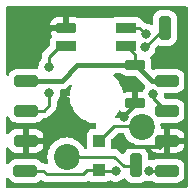
<source format=gbl>
%TF.GenerationSoftware,KiCad,Pcbnew,8.0.5*%
%TF.CreationDate,2024-09-21T17:11:46+02:00*%
%TF.ProjectId,keycap,6b657963-6170-42e6-9b69-6361645f7063,rev?*%
%TF.SameCoordinates,Original*%
%TF.FileFunction,Copper,L2,Bot*%
%TF.FilePolarity,Positive*%
%FSLAX46Y46*%
G04 Gerber Fmt 4.6, Leading zero omitted, Abs format (unit mm)*
G04 Created by KiCad (PCBNEW 8.0.5) date 2024-09-21 17:11:46*
%MOMM*%
%LPD*%
G01*
G04 APERTURE LIST*
G04 Aperture macros list*
%AMRoundRect*
0 Rectangle with rounded corners*
0 $1 Rounding radius*
0 $2 $3 $4 $5 $6 $7 $8 $9 X,Y pos of 4 corners*
0 Add a 4 corners polygon primitive as box body*
4,1,4,$2,$3,$4,$5,$6,$7,$8,$9,$2,$3,0*
0 Add four circle primitives for the rounded corners*
1,1,$1+$1,$2,$3*
1,1,$1+$1,$4,$5*
1,1,$1+$1,$6,$7*
1,1,$1+$1,$8,$9*
0 Add four rect primitives between the rounded corners*
20,1,$1+$1,$2,$3,$4,$5,0*
20,1,$1+$1,$4,$5,$6,$7,0*
20,1,$1+$1,$6,$7,$8,$9,0*
20,1,$1+$1,$8,$9,$2,$3,0*%
G04 Aperture macros list end*
%TA.AperFunction,SMDPad,CuDef*%
%ADD10RoundRect,0.205000X0.645000X0.205000X-0.645000X0.205000X-0.645000X-0.205000X0.645000X-0.205000X0*%
%TD*%
%TA.AperFunction,SMDPad,CuDef*%
%ADD11RoundRect,0.250000X0.750000X-0.250000X0.750000X0.250000X-0.750000X0.250000X-0.750000X-0.250000X0*%
%TD*%
%TA.AperFunction,SMDPad,CuDef*%
%ADD12RoundRect,0.250000X-0.750000X0.250000X-0.750000X-0.250000X0.750000X-0.250000X0.750000X0.250000X0*%
%TD*%
%TA.AperFunction,SMDPad,CuDef*%
%ADD13RoundRect,0.250000X0.250000X0.750000X-0.250000X0.750000X-0.250000X-0.750000X0.250000X-0.750000X0*%
%TD*%
%TA.AperFunction,SMDPad,CuDef*%
%ADD14R,1.000000X1.000000*%
%TD*%
%TA.AperFunction,SMDPad,CuDef*%
%ADD15RoundRect,0.250000X-0.250000X-0.750000X0.250000X-0.750000X0.250000X0.750000X-0.250000X0.750000X0*%
%TD*%
%TA.AperFunction,SMDPad,CuDef*%
%ADD16R,1.700000X0.820000*%
%TD*%
%TA.AperFunction,ComponentPad*%
%ADD17C,2.200000*%
%TD*%
%TA.AperFunction,ViaPad*%
%ADD18C,0.800000*%
%TD*%
%TA.AperFunction,Conductor*%
%ADD19C,0.250000*%
%TD*%
%TA.AperFunction,Conductor*%
%ADD20C,0.400000*%
%TD*%
%TA.AperFunction,Conductor*%
%ADD21C,0.300000*%
%TD*%
G04 APERTURE END LIST*
D10*
X124400000Y-110600000D03*
X124400000Y-113800000D03*
D11*
X115100000Y-119550000D03*
D12*
X127050000Y-119545100D03*
X127050000Y-114465100D03*
D13*
X124460000Y-119054880D03*
D14*
X121350000Y-119500000D03*
X121350000Y-117000000D03*
D12*
X127050000Y-117000000D03*
X115150000Y-114449860D03*
D11*
X115163600Y-111925100D03*
D12*
X127050000Y-111925100D03*
D15*
X126900000Y-107452160D03*
D12*
X115117880Y-117005100D03*
D16*
X123650000Y-108950000D03*
X123650000Y-107450000D03*
D10*
X118550000Y-107450000D03*
D16*
X118550000Y-108950000D03*
D17*
X118579900Y-118338600D03*
X124929900Y-115798600D03*
D18*
X123402600Y-114997400D03*
X119750000Y-116342160D03*
X122900000Y-117067500D03*
X117000000Y-107500000D03*
X117100000Y-110750000D03*
X117100000Y-113000000D03*
X125925000Y-113075000D03*
X125300000Y-108000000D03*
X125560000Y-119532218D03*
X122750000Y-119550000D03*
X125200000Y-109100000D03*
D19*
X121400000Y-119550000D02*
X121350000Y-119500000D01*
X122750000Y-119550000D02*
X121400000Y-119550000D01*
X117100000Y-110750000D02*
X117100000Y-109900000D01*
X117100000Y-109900000D02*
X118050000Y-108950000D01*
X118050000Y-108950000D02*
X118550000Y-108950000D01*
D20*
X115163600Y-111925100D02*
X118174900Y-111925100D01*
X118174900Y-111925100D02*
X119500000Y-110600000D01*
X125825100Y-111925100D02*
X127025400Y-111925100D01*
X119500000Y-110600000D02*
X124500000Y-110600000D01*
X124500000Y-110600000D02*
X125825100Y-111925100D01*
D21*
X123402600Y-114997400D02*
X124400000Y-114000000D01*
X124400000Y-114000000D02*
X124400000Y-113700000D01*
D19*
X124400000Y-110500000D02*
X124400000Y-109700000D01*
X124400000Y-109700000D02*
X123650000Y-108950000D01*
X121139600Y-119500000D02*
X120350000Y-119500000D01*
X120350000Y-119500000D02*
X120000000Y-119850000D01*
X120000000Y-119850000D02*
X116900000Y-119850000D01*
X116900000Y-119850000D02*
X116600000Y-119550000D01*
X116600000Y-119550000D02*
X115222200Y-119550000D01*
D21*
X117335300Y-117005100D02*
X115143280Y-117005100D01*
X119750000Y-116342160D02*
X117998240Y-116342160D01*
X117998240Y-116342160D02*
X117335300Y-117005100D01*
D19*
X118579900Y-118338600D02*
X118591300Y-118350000D01*
X118591300Y-118350000D02*
X122600000Y-118350000D01*
X122600000Y-118350000D02*
X123426800Y-119176800D01*
X123426800Y-119176800D02*
X124409200Y-119176800D01*
X124802900Y-115722400D02*
X122627600Y-115722400D01*
X122627600Y-115722400D02*
X121350000Y-117000000D01*
X118452900Y-118262400D02*
X118529100Y-118338600D01*
X118529100Y-118338600D02*
X118579900Y-118338600D01*
X125572882Y-119545100D02*
X127025400Y-119545100D01*
X125560000Y-119532218D02*
X125572882Y-119545100D01*
D21*
X126415800Y-117571520D02*
X123404020Y-117571520D01*
X123404020Y-117571520D02*
X122900000Y-117067500D01*
D19*
X126423420Y-117607080D02*
X127025400Y-117005100D01*
X117000000Y-107500000D02*
X117050000Y-107450000D01*
X117050000Y-107450000D02*
X118550000Y-107450000D01*
X124750000Y-107450000D02*
X123650000Y-107450000D01*
X125300000Y-108000000D02*
X125100000Y-107800000D01*
X125925000Y-113075000D02*
X125925000Y-113364700D01*
X125925000Y-113364700D02*
X127025400Y-114465100D01*
X125300000Y-108000000D02*
X124750000Y-107450000D01*
X125252160Y-109100000D02*
X126900000Y-107452160D01*
X125200000Y-109100000D02*
X125252160Y-109100000D01*
X117100000Y-113000000D02*
X117100000Y-114000000D01*
X117100000Y-114000000D02*
X116650140Y-114449860D01*
X116650140Y-114449860D02*
X115122960Y-114449860D01*
%TA.AperFunction,Conductor*%
G36*
X128708120Y-105623022D02*
G01*
X128776234Y-105643038D01*
X128822715Y-105696703D01*
X128834091Y-105749084D01*
X128826647Y-120869780D01*
X128806611Y-120937891D01*
X128752933Y-120984357D01*
X128700632Y-120995718D01*
X113587625Y-120993880D01*
X113519506Y-120973870D01*
X113473020Y-120920208D01*
X113461640Y-120867880D01*
X113461640Y-120248863D01*
X113481642Y-120180742D01*
X113535298Y-120134249D01*
X113605572Y-120124145D01*
X113670152Y-120153639D01*
X113694879Y-120182715D01*
X113722593Y-120227645D01*
X113750968Y-120273649D01*
X113750975Y-120273658D01*
X113876341Y-120399024D01*
X113876347Y-120399029D01*
X113876348Y-120399030D01*
X114027262Y-120492115D01*
X114195574Y-120547887D01*
X114299455Y-120558500D01*
X115900544Y-120558499D01*
X116004426Y-120547887D01*
X116172738Y-120492115D01*
X116323652Y-120399030D01*
X116353778Y-120368903D01*
X116416085Y-120334879D01*
X116486901Y-120339942D01*
X116512872Y-120353233D01*
X116599925Y-120411400D01*
X116715215Y-120459155D01*
X116837606Y-120483500D01*
X116837607Y-120483500D01*
X120062393Y-120483500D01*
X120062394Y-120483500D01*
X120184785Y-120459155D01*
X120300075Y-120411400D01*
X120358548Y-120372329D01*
X120426298Y-120351114D01*
X120494766Y-120369896D01*
X120504058Y-120376226D01*
X120603792Y-120450887D01*
X120603794Y-120450888D01*
X120603796Y-120450889D01*
X120625958Y-120459155D01*
X120740795Y-120501988D01*
X120740803Y-120501990D01*
X120801350Y-120508499D01*
X120801355Y-120508499D01*
X120801362Y-120508500D01*
X120801368Y-120508500D01*
X121898632Y-120508500D01*
X121898638Y-120508500D01*
X121898645Y-120508499D01*
X121898649Y-120508499D01*
X121959196Y-120501990D01*
X121959199Y-120501989D01*
X121959201Y-120501989D01*
X122096204Y-120450889D01*
X122202440Y-120371360D01*
X122268958Y-120346551D01*
X122329195Y-120357122D01*
X122467712Y-120418794D01*
X122654513Y-120458500D01*
X122845487Y-120458500D01*
X123032288Y-120418794D01*
X123206752Y-120341118D01*
X123361253Y-120228866D01*
X123378705Y-120209483D01*
X123439150Y-120172243D01*
X123510134Y-120173594D01*
X123569119Y-120213107D01*
X123579582Y-120227645D01*
X123610968Y-120278530D01*
X123610975Y-120278538D01*
X123736341Y-120403904D01*
X123736347Y-120403909D01*
X123736348Y-120403910D01*
X123887262Y-120496995D01*
X124055574Y-120552767D01*
X124159455Y-120563380D01*
X124760544Y-120563379D01*
X124864426Y-120552767D01*
X125032738Y-120496995D01*
X125169554Y-120412605D01*
X125238032Y-120393868D01*
X125274637Y-120400013D01*
X125277709Y-120401011D01*
X125277710Y-120401011D01*
X125277712Y-120401012D01*
X125464513Y-120440718D01*
X125655483Y-120440718D01*
X125655487Y-120440718D01*
X125789355Y-120412263D01*
X125860143Y-120417665D01*
X125881694Y-120428268D01*
X125977262Y-120487215D01*
X126145574Y-120542987D01*
X126249455Y-120553600D01*
X127850544Y-120553599D01*
X127954426Y-120542987D01*
X128122738Y-120487215D01*
X128273652Y-120394130D01*
X128399030Y-120268752D01*
X128492115Y-120117838D01*
X128547887Y-119949526D01*
X128558500Y-119845645D01*
X128558499Y-119244556D01*
X128547887Y-119140674D01*
X128492115Y-118972362D01*
X128399030Y-118821448D01*
X128399029Y-118821447D01*
X128399024Y-118821441D01*
X128273658Y-118696075D01*
X128273652Y-118696070D01*
X128236230Y-118672988D01*
X128122738Y-118602985D01*
X127969214Y-118552113D01*
X127954427Y-118547213D01*
X127954420Y-118547212D01*
X127850553Y-118536600D01*
X126249455Y-118536600D01*
X126145572Y-118547213D01*
X126145568Y-118547213D01*
X125977262Y-118602985D01*
X125977258Y-118602986D01*
X125912761Y-118642769D01*
X125844281Y-118661506D01*
X125820417Y-118658775D01*
X125655487Y-118623718D01*
X125594499Y-118623718D01*
X125526378Y-118603716D01*
X125479885Y-118550060D01*
X125468499Y-118497718D01*
X125468499Y-118254335D01*
X125457887Y-118150454D01*
X125451278Y-118130508D01*
X125402115Y-117982142D01*
X125309030Y-117831228D01*
X125309029Y-117831227D01*
X125309024Y-117831221D01*
X125183658Y-117705855D01*
X125183652Y-117705850D01*
X125081500Y-117642842D01*
X125060974Y-117630181D01*
X125013497Y-117577396D01*
X125002094Y-117507321D01*
X125030387Y-117442205D01*
X125089392Y-117402723D01*
X125117228Y-117397330D01*
X125182303Y-117392209D01*
X125409005Y-117337783D01*
X125479911Y-117341330D01*
X125537645Y-117382650D01*
X125558021Y-117420669D01*
X125608340Y-117572521D01*
X125701365Y-117723339D01*
X125701370Y-117723345D01*
X125826654Y-117848629D01*
X125826660Y-117848634D01*
X125977474Y-117941657D01*
X126145678Y-117997393D01*
X126145681Y-117997394D01*
X126249483Y-118007999D01*
X126249483Y-118008000D01*
X126796000Y-118008000D01*
X127304000Y-118008000D01*
X127850517Y-118008000D01*
X127850516Y-118007999D01*
X127954318Y-117997394D01*
X127954321Y-117997393D01*
X128122525Y-117941657D01*
X128273339Y-117848634D01*
X128273345Y-117848629D01*
X128398629Y-117723345D01*
X128398634Y-117723339D01*
X128491657Y-117572525D01*
X128547393Y-117404321D01*
X128547394Y-117404318D01*
X128557999Y-117300516D01*
X128558000Y-117300516D01*
X128558000Y-117254000D01*
X127304000Y-117254000D01*
X127304000Y-118008000D01*
X126796000Y-118008000D01*
X126796000Y-116746000D01*
X127304000Y-116746000D01*
X128558000Y-116746000D01*
X128558000Y-116699483D01*
X128547394Y-116595681D01*
X128547393Y-116595678D01*
X128491657Y-116427474D01*
X128398634Y-116276660D01*
X128398629Y-116276654D01*
X128273345Y-116151370D01*
X128273339Y-116151365D01*
X128122525Y-116058342D01*
X127954321Y-116002606D01*
X127954318Y-116002605D01*
X127850516Y-115992000D01*
X127304000Y-115992000D01*
X127304000Y-116746000D01*
X126796000Y-116746000D01*
X126796000Y-115992000D01*
X126664459Y-115992000D01*
X126596338Y-115971998D01*
X126549845Y-115918342D01*
X126538847Y-115856114D01*
X126539520Y-115847568D01*
X126543374Y-115798600D01*
X126528489Y-115609481D01*
X126543085Y-115540005D01*
X126592927Y-115489446D01*
X126654101Y-115473599D01*
X127850544Y-115473599D01*
X127954426Y-115462987D01*
X128122738Y-115407215D01*
X128273652Y-115314130D01*
X128399030Y-115188752D01*
X128492115Y-115037838D01*
X128547887Y-114869526D01*
X128558500Y-114765645D01*
X128558499Y-114164556D01*
X128547887Y-114060674D01*
X128492115Y-113892362D01*
X128399030Y-113741448D01*
X128399029Y-113741447D01*
X128399024Y-113741441D01*
X128273658Y-113616075D01*
X128273652Y-113616070D01*
X128248944Y-113600830D01*
X128122738Y-113522985D01*
X128038582Y-113495099D01*
X127954427Y-113467213D01*
X127954420Y-113467212D01*
X127850553Y-113456600D01*
X127850545Y-113456600D01*
X126964995Y-113456600D01*
X126896874Y-113436598D01*
X126875900Y-113419695D01*
X126849251Y-113393046D01*
X126815225Y-113330734D01*
X126818186Y-113271595D01*
X126817170Y-113271379D01*
X126818513Y-113265062D01*
X126818515Y-113265008D01*
X126818542Y-113264928D01*
X126838504Y-113075000D01*
X126838270Y-113072774D01*
X126838504Y-113071495D01*
X126838504Y-113068396D01*
X126839071Y-113068396D01*
X126851039Y-113002936D01*
X126899538Y-112951087D01*
X126963579Y-112933599D01*
X127850544Y-112933599D01*
X127954426Y-112922987D01*
X128122738Y-112867215D01*
X128273652Y-112774130D01*
X128399030Y-112648752D01*
X128492115Y-112497838D01*
X128547887Y-112329526D01*
X128558500Y-112225645D01*
X128558499Y-111624556D01*
X128547887Y-111520674D01*
X128492115Y-111352362D01*
X128399030Y-111201448D01*
X128399029Y-111201447D01*
X128399024Y-111201441D01*
X128273658Y-111076075D01*
X128273652Y-111076070D01*
X128122738Y-110982985D01*
X128026224Y-110951004D01*
X127954427Y-110927213D01*
X127954420Y-110927212D01*
X127850553Y-110916600D01*
X126249455Y-110916600D01*
X126145574Y-110927212D01*
X126041419Y-110961725D01*
X125981701Y-110981514D01*
X125910748Y-110983954D01*
X125852975Y-110951004D01*
X125795405Y-110893434D01*
X125761379Y-110831122D01*
X125758500Y-110804339D01*
X125758500Y-110347451D01*
X125748516Y-110249739D01*
X125748516Y-110249736D01*
X125696053Y-110091409D01*
X125670310Y-110049673D01*
X125659905Y-110032804D01*
X125641167Y-109964325D01*
X125662426Y-109896586D01*
X125693084Y-109864721D01*
X125696844Y-109861989D01*
X125811253Y-109778866D01*
X125868565Y-109715215D01*
X125939034Y-109636951D01*
X125939035Y-109636949D01*
X125939040Y-109636944D01*
X126034527Y-109471556D01*
X126093542Y-109289928D01*
X126104781Y-109182991D01*
X126131794Y-109117335D01*
X126140987Y-109107076D01*
X126292233Y-108955830D01*
X126354543Y-108921806D01*
X126420958Y-108925322D01*
X126495574Y-108950047D01*
X126599455Y-108960660D01*
X127200544Y-108960659D01*
X127304426Y-108950047D01*
X127472738Y-108894275D01*
X127623652Y-108801190D01*
X127749030Y-108675812D01*
X127842115Y-108524898D01*
X127897887Y-108356586D01*
X127908500Y-108252705D01*
X127908499Y-106651616D01*
X127905715Y-106624368D01*
X127897887Y-106547734D01*
X127894665Y-106538011D01*
X127842115Y-106379422D01*
X127749030Y-106228508D01*
X127749029Y-106228507D01*
X127749024Y-106228501D01*
X127623658Y-106103135D01*
X127623652Y-106103130D01*
X127472738Y-106010045D01*
X127388582Y-105982159D01*
X127304427Y-105954273D01*
X127304420Y-105954272D01*
X127200553Y-105943660D01*
X126599455Y-105943660D01*
X126495574Y-105954272D01*
X126327261Y-106010045D01*
X126176347Y-106103130D01*
X126176341Y-106103135D01*
X126050975Y-106228501D01*
X126050970Y-106228507D01*
X125957885Y-106379422D01*
X125902113Y-106547732D01*
X125902112Y-106547739D01*
X125891500Y-106651606D01*
X125891500Y-107074852D01*
X125871498Y-107142973D01*
X125817842Y-107189466D01*
X125747568Y-107199570D01*
X125714252Y-107189959D01*
X125582290Y-107131206D01*
X125395487Y-107091500D01*
X125339594Y-107091500D01*
X125271473Y-107071498D01*
X125250499Y-107054595D01*
X125153835Y-106957931D01*
X125153833Y-106957929D01*
X125050075Y-106888600D01*
X125025254Y-106878318D01*
X124969976Y-106833771D01*
X124955419Y-106805942D01*
X124950889Y-106793796D01*
X124950888Y-106793793D01*
X124863261Y-106676738D01*
X124746207Y-106589112D01*
X124746202Y-106589110D01*
X124609204Y-106538011D01*
X124609196Y-106538009D01*
X124548649Y-106531500D01*
X124548638Y-106531500D01*
X122751362Y-106531500D01*
X122751350Y-106531500D01*
X122690803Y-106538009D01*
X122690795Y-106538011D01*
X122553797Y-106589110D01*
X122553796Y-106589110D01*
X122522686Y-106612399D01*
X122506697Y-106624368D01*
X122440179Y-106649179D01*
X122431189Y-106649500D01*
X119623438Y-106649500D01*
X119557292Y-106630741D01*
X119498380Y-106594404D01*
X119340160Y-106541976D01*
X119340157Y-106541975D01*
X119242521Y-106532000D01*
X118804000Y-106532000D01*
X118804000Y-107578000D01*
X118783998Y-107646121D01*
X118730342Y-107692614D01*
X118678000Y-107704000D01*
X117192153Y-107704000D01*
X117201975Y-107800157D01*
X117254403Y-107958378D01*
X117320415Y-108065400D01*
X117339152Y-108133880D01*
X117317893Y-108201619D01*
X117314043Y-108207055D01*
X117249112Y-108293793D01*
X117249110Y-108293797D01*
X117198011Y-108430795D01*
X117198009Y-108430803D01*
X117191500Y-108491350D01*
X117191500Y-108860406D01*
X117171498Y-108928527D01*
X117154595Y-108949501D01*
X116607931Y-109496164D01*
X116607929Y-109496167D01*
X116538600Y-109599925D01*
X116490845Y-109715215D01*
X116481028Y-109764568D01*
X116466500Y-109837603D01*
X116466500Y-110047474D01*
X116446498Y-110115595D01*
X116434137Y-110131784D01*
X116360957Y-110213059D01*
X116265476Y-110378438D01*
X116265473Y-110378445D01*
X116206457Y-110560072D01*
X116186496Y-110749999D01*
X116190394Y-110787086D01*
X116177622Y-110856924D01*
X116129120Y-110908771D01*
X116060287Y-110926165D01*
X116052278Y-110925604D01*
X116007411Y-110921020D01*
X115964145Y-110916600D01*
X115964144Y-110916600D01*
X114363055Y-110916600D01*
X114259174Y-110927212D01*
X114090861Y-110982985D01*
X113939947Y-111076070D01*
X113939941Y-111076075D01*
X113814575Y-111201441D01*
X113814570Y-111201447D01*
X113721485Y-111352361D01*
X113721485Y-111352362D01*
X113707243Y-111395339D01*
X113666831Y-111453709D01*
X113601274Y-111480965D01*
X113531389Y-111468452D01*
X113479363Y-111420142D01*
X113461640Y-111355705D01*
X113461640Y-107196000D01*
X117192153Y-107196000D01*
X118296000Y-107196000D01*
X118296000Y-106532000D01*
X117857486Y-106532000D01*
X117759842Y-106541975D01*
X117601621Y-106594403D01*
X117459760Y-106681904D01*
X117459754Y-106681909D01*
X117341909Y-106799754D01*
X117341904Y-106799760D01*
X117254403Y-106941621D01*
X117201976Y-107099836D01*
X117192153Y-107196000D01*
X113461640Y-107196000D01*
X113461640Y-105745896D01*
X113481642Y-105677775D01*
X113535298Y-105631282D01*
X113587665Y-105619896D01*
X128708120Y-105623022D01*
G37*
%TD.AperFunction*%
%TA.AperFunction,Conductor*%
G36*
X118963588Y-112242548D02*
G01*
X119020424Y-112285095D01*
X119045235Y-112351615D01*
X119035965Y-112408821D01*
X118999094Y-112497837D01*
X118984261Y-112533648D01*
X118953419Y-112648752D01*
X118907905Y-112818614D01*
X118869400Y-113111091D01*
X118869400Y-113112580D01*
X118869275Y-113113005D01*
X118869130Y-113115217D01*
X118868635Y-113115184D01*
X118849398Y-113180701D01*
X118795742Y-113227194D01*
X118743400Y-113238580D01*
X118611680Y-113238580D01*
X118582100Y-113268160D01*
X118582100Y-113309999D01*
X118611680Y-113339579D01*
X118611682Y-113339580D01*
X118750143Y-113339580D01*
X118818264Y-113359582D01*
X118864757Y-113413238D01*
X118875064Y-113449132D01*
X118875439Y-113451973D01*
X118907905Y-113698585D01*
X118907906Y-113698591D01*
X118907907Y-113698593D01*
X118984261Y-113983552D01*
X119097157Y-114256107D01*
X119097158Y-114256108D01*
X119097163Y-114256119D01*
X119244659Y-114511590D01*
X119244664Y-114511597D01*
X119424246Y-114745633D01*
X119424265Y-114745654D01*
X119632845Y-114954234D01*
X119632866Y-114954253D01*
X119866902Y-115133835D01*
X119866909Y-115133840D01*
X120122380Y-115281336D01*
X120122384Y-115281337D01*
X120122393Y-115281343D01*
X120394948Y-115394239D01*
X120679907Y-115470593D01*
X120679911Y-115470593D01*
X120679913Y-115470594D01*
X120730243Y-115477219D01*
X120972394Y-115509100D01*
X120972402Y-115509100D01*
X120972546Y-115509119D01*
X121037473Y-115537841D01*
X121076565Y-115597106D01*
X121082100Y-115634041D01*
X121082100Y-115809999D01*
X121085117Y-115817283D01*
X121092706Y-115887873D01*
X121060926Y-115951359D01*
X120999868Y-115987586D01*
X120968708Y-115991500D01*
X120801350Y-115991500D01*
X120740803Y-115998009D01*
X120740795Y-115998011D01*
X120603797Y-116049110D01*
X120603792Y-116049112D01*
X120486738Y-116136738D01*
X120399112Y-116253792D01*
X120399110Y-116253797D01*
X120348011Y-116390795D01*
X120348009Y-116390803D01*
X120341500Y-116451350D01*
X120341500Y-117548632D01*
X120341501Y-117548652D01*
X120344552Y-117577033D01*
X120331946Y-117646901D01*
X120283567Y-117698863D01*
X120219274Y-117716500D01*
X120147436Y-117716500D01*
X120079315Y-117696498D01*
X120032822Y-117642842D01*
X120031027Y-117638717D01*
X120027492Y-117630182D01*
X120017516Y-117606098D01*
X119885228Y-117390224D01*
X119720798Y-117197702D01*
X119528276Y-117033272D01*
X119312402Y-116900984D01*
X119190521Y-116850499D01*
X119078489Y-116804094D01*
X118910077Y-116763662D01*
X118832303Y-116744991D01*
X118579900Y-116725126D01*
X118327497Y-116744991D01*
X118081310Y-116804094D01*
X117847399Y-116900983D01*
X117631525Y-117033271D01*
X117439002Y-117197702D01*
X117274571Y-117390225D01*
X117142283Y-117606099D01*
X117045394Y-117840010D01*
X116986291Y-118086197D01*
X116966426Y-118338600D01*
X116986291Y-118591003D01*
X117044077Y-118831704D01*
X117040529Y-118902612D01*
X116999209Y-118960345D01*
X116933236Y-118986575D01*
X116873339Y-118977525D01*
X116784792Y-118940847D01*
X116784787Y-118940846D01*
X116784785Y-118940845D01*
X116710824Y-118926133D01*
X116662396Y-118916500D01*
X116662394Y-118916500D01*
X116574959Y-118916500D01*
X116506838Y-118896498D01*
X116467718Y-118856646D01*
X116455718Y-118837191D01*
X116449030Y-118826348D01*
X116449027Y-118826345D01*
X116449024Y-118826341D01*
X116323658Y-118700975D01*
X116323652Y-118700970D01*
X116278286Y-118672988D01*
X116172738Y-118607885D01*
X116088582Y-118579999D01*
X116004427Y-118552113D01*
X116004420Y-118552112D01*
X115900553Y-118541500D01*
X114299455Y-118541500D01*
X114195574Y-118552112D01*
X114027261Y-118607885D01*
X113876347Y-118700970D01*
X113876341Y-118700975D01*
X113750975Y-118826341D01*
X113750970Y-118826347D01*
X113732282Y-118856646D01*
X113712409Y-118888866D01*
X113694881Y-118917283D01*
X113642095Y-118964761D01*
X113572020Y-118976164D01*
X113506904Y-118947872D01*
X113467422Y-118888866D01*
X113461640Y-118851136D01*
X113461640Y-117674022D01*
X113481642Y-117605901D01*
X113535298Y-117559408D01*
X113605572Y-117549304D01*
X113670152Y-117578798D01*
X113694881Y-117607875D01*
X113769245Y-117728439D01*
X113769250Y-117728445D01*
X113894534Y-117853729D01*
X113894540Y-117853734D01*
X114045354Y-117946757D01*
X114213558Y-118002493D01*
X114213561Y-118002494D01*
X114317363Y-118013099D01*
X114317363Y-118013100D01*
X114863880Y-118013100D01*
X115371880Y-118013100D01*
X115918397Y-118013100D01*
X115918396Y-118013099D01*
X116022198Y-118002494D01*
X116022201Y-118002493D01*
X116190405Y-117946757D01*
X116341219Y-117853734D01*
X116341225Y-117853729D01*
X116466509Y-117728445D01*
X116466514Y-117728439D01*
X116559537Y-117577625D01*
X116615273Y-117409421D01*
X116615274Y-117409418D01*
X116625879Y-117305616D01*
X116625880Y-117305616D01*
X116625880Y-117259100D01*
X115371880Y-117259100D01*
X115371880Y-118013100D01*
X114863880Y-118013100D01*
X114863880Y-116751100D01*
X115371880Y-116751100D01*
X116625880Y-116751100D01*
X116625880Y-116704583D01*
X116615274Y-116600781D01*
X116615273Y-116600778D01*
X116559537Y-116432574D01*
X116466514Y-116281760D01*
X116466509Y-116281754D01*
X116341225Y-116156470D01*
X116341219Y-116156465D01*
X116190405Y-116063442D01*
X116022201Y-116007706D01*
X116022198Y-116007705D01*
X115918396Y-115997100D01*
X115371880Y-115997100D01*
X115371880Y-116751100D01*
X114863880Y-116751100D01*
X114863880Y-115997100D01*
X114317363Y-115997100D01*
X114213561Y-116007705D01*
X114213558Y-116007706D01*
X114045354Y-116063442D01*
X113894540Y-116156465D01*
X113894534Y-116156470D01*
X113769250Y-116281754D01*
X113769245Y-116281760D01*
X113694881Y-116402324D01*
X113642095Y-116449802D01*
X113572020Y-116461205D01*
X113506904Y-116432912D01*
X113467422Y-116373907D01*
X113461640Y-116336177D01*
X113461640Y-115060297D01*
X113481642Y-114992176D01*
X113535298Y-114945683D01*
X113605572Y-114935579D01*
X113670152Y-114965073D01*
X113704258Y-115016190D01*
X113704783Y-115015946D01*
X113706378Y-115019367D01*
X113707244Y-115020665D01*
X113707885Y-115022598D01*
X113800968Y-115173509D01*
X113800970Y-115173512D01*
X113800975Y-115173518D01*
X113926341Y-115298884D01*
X113926347Y-115298889D01*
X113926348Y-115298890D01*
X114077262Y-115391975D01*
X114245574Y-115447747D01*
X114349455Y-115458360D01*
X115950544Y-115458359D01*
X116054426Y-115447747D01*
X116222738Y-115391975D01*
X116373652Y-115298890D01*
X116499030Y-115173512D01*
X116517718Y-115143214D01*
X116570504Y-115095735D01*
X116624959Y-115083360D01*
X116712533Y-115083360D01*
X116712534Y-115083360D01*
X116834925Y-115059015D01*
X116950215Y-115011260D01*
X117053973Y-114941931D01*
X117592071Y-114403833D01*
X117661400Y-114300075D01*
X117709155Y-114184785D01*
X117733500Y-114062394D01*
X117733500Y-113937606D01*
X117733500Y-113702524D01*
X117753502Y-113634403D01*
X117765858Y-113618220D01*
X117839040Y-113536944D01*
X117934527Y-113371556D01*
X117993542Y-113189928D01*
X118013504Y-113000000D01*
X117993542Y-112810072D01*
X117989793Y-112798536D01*
X117987766Y-112727570D01*
X118024428Y-112666772D01*
X118088140Y-112635446D01*
X118109627Y-112633600D01*
X118244677Y-112633600D01*
X118244682Y-112633600D01*
X118313121Y-112619986D01*
X118381562Y-112606373D01*
X118419327Y-112590730D01*
X118510501Y-112552965D01*
X118626543Y-112475428D01*
X118830464Y-112271506D01*
X118892772Y-112237484D01*
X118963588Y-112242548D01*
G37*
%TD.AperFunction*%
%TA.AperFunction,Conductor*%
G36*
X123403644Y-116375902D02*
G01*
X123450137Y-116429558D01*
X123451918Y-116433650D01*
X123492284Y-116531102D01*
X123624572Y-116746976D01*
X123789002Y-116939498D01*
X123981524Y-117103928D01*
X124197398Y-117236216D01*
X124360978Y-117303973D01*
X124416257Y-117348519D01*
X124438678Y-117415882D01*
X124421120Y-117484674D01*
X124369158Y-117533052D01*
X124312759Y-117546380D01*
X124159455Y-117546380D01*
X124055574Y-117556992D01*
X123887261Y-117612765D01*
X123736347Y-117705850D01*
X123736341Y-117705855D01*
X123610975Y-117831221D01*
X123610970Y-117831227D01*
X123517883Y-117982145D01*
X123485111Y-118081045D01*
X123444697Y-118139417D01*
X123379141Y-118166672D01*
X123309255Y-118154158D01*
X123276414Y-118130509D01*
X123003833Y-117857929D01*
X122900075Y-117788600D01*
X122784785Y-117740845D01*
X122711086Y-117726185D01*
X122662396Y-117716500D01*
X122662394Y-117716500D01*
X122480726Y-117716500D01*
X122412605Y-117696498D01*
X122366112Y-117642842D01*
X122355448Y-117577033D01*
X122358498Y-117548652D01*
X122358500Y-117548638D01*
X122358500Y-116939594D01*
X122378502Y-116871473D01*
X122395405Y-116850499D01*
X122853099Y-116392805D01*
X122915411Y-116358779D01*
X122942194Y-116355900D01*
X123335523Y-116355900D01*
X123403644Y-116375902D01*
G37*
%TD.AperFunction*%
%TA.AperFunction,Conductor*%
G36*
X123194516Y-114454112D02*
G01*
X123205727Y-114464063D01*
X123309754Y-114568090D01*
X123309760Y-114568095D01*
X123451621Y-114655596D01*
X123543704Y-114686109D01*
X123602075Y-114726523D01*
X123629331Y-114792080D01*
X123616818Y-114861965D01*
X123611504Y-114871548D01*
X123515181Y-115028734D01*
X123462533Y-115076366D01*
X123407748Y-115088900D01*
X122776479Y-115088900D01*
X122708358Y-115068898D01*
X122661865Y-115015242D01*
X122651761Y-114944968D01*
X122681255Y-114880388D01*
X122687384Y-114873805D01*
X122815534Y-114745654D01*
X122815546Y-114745642D01*
X122995138Y-114511594D01*
X123007512Y-114490160D01*
X123058891Y-114441167D01*
X123128604Y-114427728D01*
X123194516Y-114454112D01*
G37*
%TD.AperFunction*%
%TA.AperFunction,Conductor*%
G36*
X123265389Y-111328502D02*
G01*
X123286363Y-111345405D01*
X123309442Y-111368484D01*
X123309448Y-111368489D01*
X123309449Y-111368490D01*
X123451409Y-111456053D01*
X123609736Y-111508516D01*
X123636388Y-111511238D01*
X123707452Y-111518500D01*
X123707460Y-111518500D01*
X124364338Y-111518500D01*
X124432459Y-111538502D01*
X124453433Y-111555404D01*
X125219919Y-112321889D01*
X125253944Y-112384202D01*
X125248880Y-112455017D01*
X125224462Y-112495294D01*
X125185957Y-112538059D01*
X125090476Y-112703438D01*
X125090473Y-112703444D01*
X125067506Y-112774129D01*
X125060745Y-112794937D01*
X125020671Y-112853542D01*
X124955274Y-112881179D01*
X124940912Y-112882000D01*
X124654000Y-112882000D01*
X124654000Y-113928000D01*
X124633998Y-113996121D01*
X124580342Y-114042614D01*
X124528000Y-114054000D01*
X124272000Y-114054000D01*
X124203879Y-114033998D01*
X124157386Y-113980342D01*
X124146000Y-113928000D01*
X124146000Y-112882000D01*
X123707486Y-112882000D01*
X123609840Y-112891975D01*
X123497429Y-112929224D01*
X123426474Y-112931664D01*
X123365464Y-112895355D01*
X123333769Y-112831826D01*
X123332874Y-112826062D01*
X123331893Y-112818607D01*
X123255539Y-112533648D01*
X123142643Y-112261093D01*
X123142637Y-112261084D01*
X123142636Y-112261080D01*
X122995140Y-112005609D01*
X122995135Y-112005602D01*
X122815553Y-111771566D01*
X122815534Y-111771545D01*
X122606954Y-111562965D01*
X122606942Y-111562954D01*
X122569809Y-111534461D01*
X122527944Y-111477125D01*
X122523722Y-111406254D01*
X122558486Y-111344351D01*
X122621199Y-111311070D01*
X122646515Y-111308500D01*
X123197268Y-111308500D01*
X123265389Y-111328502D01*
G37*
%TD.AperFunction*%
M02*

</source>
